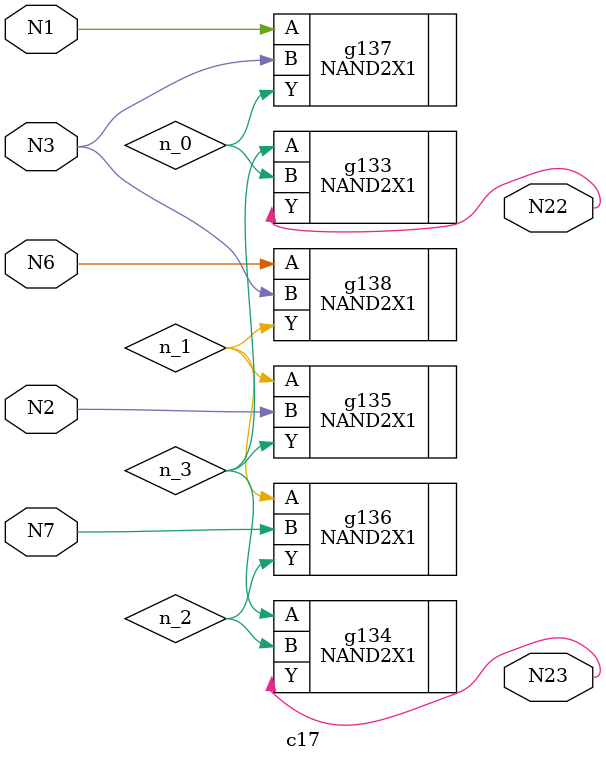
<source format=v>


// Verification Directory fv/c17 

module c17(N1, N2, N3, N6, N7, N22, N23);
  input N1, N2, N3, N6, N7;
  output N22, N23;
  wire N1, N2, N3, N6, N7;
  wire N22, N23;
  wire n_0, n_1, n_2, n_3;
  NAND2X1 g133(.A (n_3), .B (n_0), .Y (N22));
  NAND2X1 g134(.A (n_3), .B (n_2), .Y (N23));
  NAND2X1 g135(.A (n_1), .B (N2), .Y (n_3));
  NAND2X1 g136(.A (n_1), .B (N7), .Y (n_2));
  NAND2X1 g137(.A (N1), .B (N3), .Y (n_0));
  NAND2X1 g138(.A (N6), .B (N3), .Y (n_1));
endmodule


</source>
